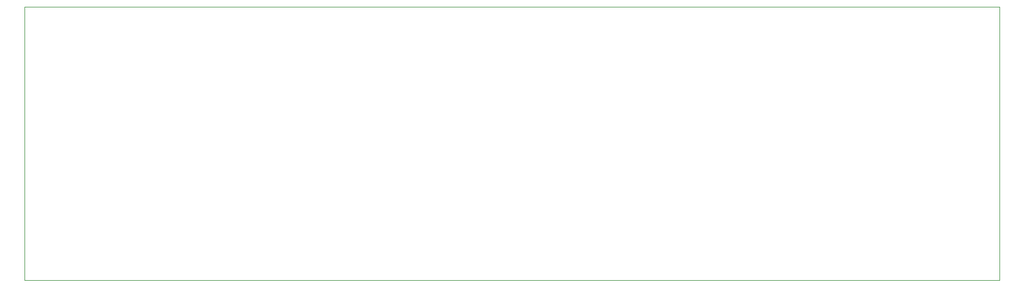
<source format=gbr>
G04 #@! TF.GenerationSoftware,KiCad,Pcbnew,5.99.0-unknown-c3175b4~86~ubuntu16.04.1*
G04 #@! TF.CreationDate,2019-11-27T13:40:58-05:00*
G04 #@! TF.ProjectId,sketchy,736b6574-6368-4792-9e6b-696361645f70,rev?*
G04 #@! TF.SameCoordinates,Original*
G04 #@! TF.FileFunction,Profile,NP*
%FSLAX46Y46*%
G04 Gerber Fmt 4.6, Leading zero omitted, Abs format (unit mm)*
G04 Created by KiCad (PCBNEW 5.99.0-unknown-c3175b4~86~ubuntu16.04.1) date 2019-11-27 13:40:58*
%MOMM*%
%LPD*%
G04 APERTURE LIST*
%ADD10C,0.050000*%
G04 APERTURE END LIST*
D10*
X201930000Y-52070000D02*
X57150000Y-52070000D01*
X201930000Y-92710000D02*
X201930000Y-52070000D01*
X57150000Y-92710000D02*
X201930000Y-92710000D01*
X57150000Y-52070000D02*
X57150000Y-92710000D01*
M02*

</source>
